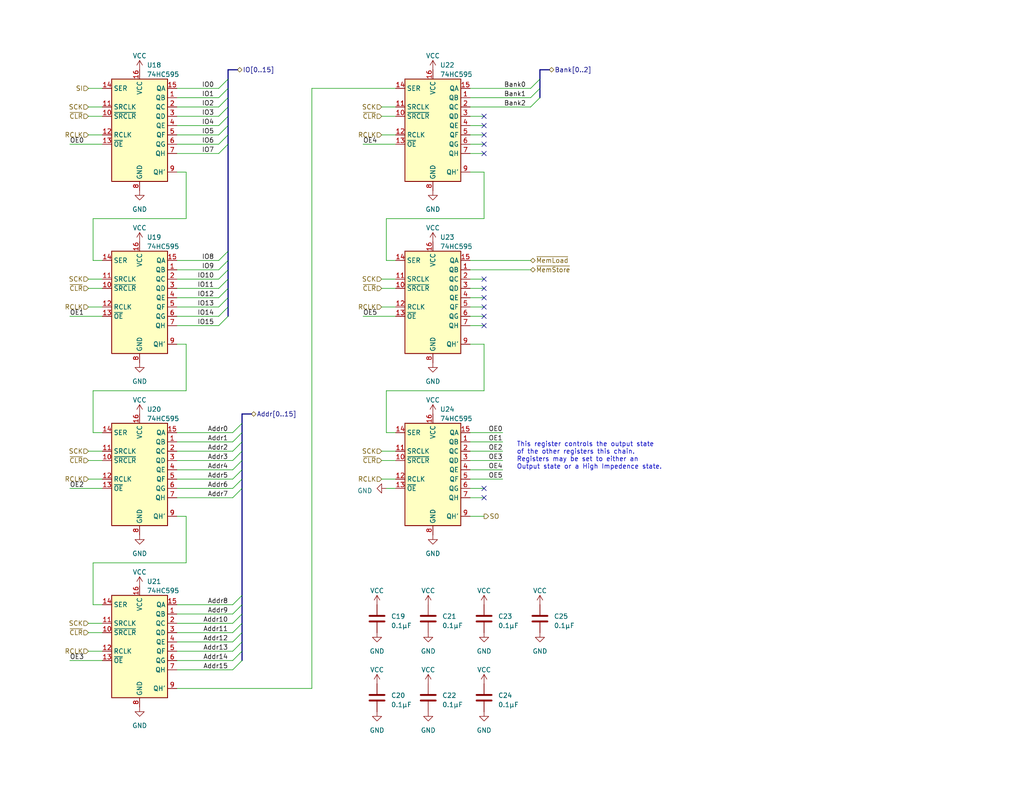
<source format=kicad_sch>
(kicad_sch (version 20250114) (generator "eeschema") (generator_version "9.0")
  (paper "USLetter")
  (title_block (date "2023-03-21"))
  (lib_symbols
    (symbol "74xx:74HC595"
      (property "Reference" "U" (at -7.62 13.97 0))
      (property "Value" "74HC595" (at -7.62 -16.51 0))
      (symbol "74HC595_1_0"
        (pin input line (at -10.16 10.16 0) (length 2.54) (name "SER") (number "14"))
        (pin input line (at -10.16 5.08 0) (length 2.54) (name "SRCLK") (number "11"))
        (pin input line (at -10.16 2.54 0) (length 2.54) (name "~{SRCLR}") (number "10"))
        (pin input line (at -10.16 -2.54 0) (length 2.54) (name "RCLK") (number "12"))
        (pin input line (at -10.16 -5.08 0) (length 2.54) (name "~{OE}") (number "13"))
        (pin power_in line (at 0 15.24 270) (length 2.54) (name "VCC") (number "16"))
        (pin power_in line (at 0 -17.78 90) (length 2.54) (name "GND") (number "8"))
        (pin tri_state line (at 10.16 10.16 180) (length 2.54) (name "QA") (number "15"))
        (pin tri_state line (at 10.16 7.62 180) (length 2.54) (name "QB") (number "1"))
        (pin tri_state line (at 10.16 5.08 180) (length 2.54) (name "QC") (number "2"))
        (pin tri_state line (at 10.16 2.54 180) (length 2.54) (name "QD") (number "3"))
        (pin tri_state line (at 10.16 0 180) (length 2.54) (name "QE") (number "4"))
        (pin tri_state line (at 10.16 -2.54 180) (length 2.54) (name "QF") (number "5"))
        (pin tri_state line (at 10.16 -5.08 180) (length 2.54) (name "QG") (number "6"))
        (pin tri_state line (at 10.16 -7.62 180) (length 2.54) (name "QH") (number "7"))
        (pin output line (at 10.16 -12.7 180) (length 2.54) (name "QH'") (number "9"))
      )
      (symbol "74HC595_1_1"
        (rectangle (start -7.62 12.7) (end 7.62 -15.24) (stroke (width 0.254)) (fill (type background)))
      )
    )
    (symbol "Device:C" (pin_numbers (hide yes)) (pin_names (offset 0.254))
      (property "Reference" "C" (at 0.635 2.54 0))
      (property "Value" "C" (at 0.635 -2.54 0))
      (symbol "C_0_1"
        (polyline (pts (xy -2.032 0.762) (xy 2.032 0.762)) (stroke (width 0.508)))
        (polyline (pts (xy -2.032 -0.762) (xy 2.032 -0.762)) (stroke (width 0.508)))
      )
      (symbol "C_1_1"
        (pin passive line (at 0 3.81 270) (length 2.794) (name "~") (number "1"))
        (pin passive line (at 0 -3.81 90) (length 2.794) (name "~") (number "2"))
      )
    )
    (symbol "power:GND" (power) (pin_names (offset 0))
      (property "Value" "GND" (at 0 -3.81 0))
      (symbol "GND_0_1"
        (polyline (pts (xy 0 0) (xy 0 -1.27) (xy 1.27 -1.27) (xy 0 -2.54) (xy -1.27 -1.27) (xy 0 -1.27)))
      )
      (symbol "GND_1_1"
        (pin power_in line (at 0 0 270) (length 0) (hide yes) (name "GND") (number "1"))
      )
    )
    (symbol "power:VCC" (power) (pin_names (offset 0))
      (property "Value" "VCC" (at 0 3.81 0))
      (symbol "VCC_0_1"
        (polyline (pts (xy -0.762 1.27) (xy 0 2.54)))
        (polyline (pts (xy 0 2.54) (xy 0.762 1.27)))
        (polyline (pts (xy 0 0) (xy 0 2.54)))
      )
      (symbol "VCC_1_1"
        (pin power_in line (at 0 0 90) (length 0) (hide yes) (name "VCC") (number "1"))
      )
    )
  )
  (text "This register controls the output state\nof the other registers this chain.\nRegisters may be set to either an\nOutput state or a High Impedence state." (at 140.97 128.27 0) (effects (font (size 1.27 1.27)) (justify left bottom)))
  (no_connect (at 132.08 86.36))
  (no_connect (at 132.08 81.28))
  (no_connect (at 132.08 133.35))
  (no_connect (at 132.08 36.83))
  (no_connect (at 132.08 76.2))
  (no_connect (at 132.08 83.82))
  (no_connect (at 132.08 34.29))
  (no_connect (at 132.08 88.9))
  (no_connect (at 132.08 31.75))
  (no_connect (at 132.08 78.74))
  (no_connect (at 132.08 39.37))
  (no_connect (at 132.08 135.89))
  (no_connect (at 132.08 41.91))
  (bus_entry (at 62.23 68.58) (size -2.54 2.54))
  (bus_entry (at 66.04 162.56) (size -2.54 2.54))
  (bus_entry (at 147.32 26.67) (size -2.54 2.54))
  (bus_entry (at 62.23 39.37) (size -2.54 2.54))
  (bus_entry (at 62.23 78.74) (size -2.54 2.54))
  (bus_entry (at 66.04 123.19) (size -2.54 2.54))
  (bus_entry (at 66.04 180.34) (size -2.54 2.54))
  (bus_entry (at 66.04 165.1) (size -2.54 2.54))
  (bus_entry (at 66.04 170.18) (size -2.54 2.54))
  (bus_entry (at 62.23 76.2) (size -2.54 2.54))
  (bus_entry (at 147.32 24.13) (size -2.54 2.54))
  (bus_entry (at 62.23 71.12) (size -2.54 2.54))
  (bus_entry (at 62.23 83.82) (size -2.54 2.54))
  (bus_entry (at 62.23 73.66) (size -2.54 2.54))
  (bus_entry (at 62.23 34.29) (size -2.54 2.54))
  (bus_entry (at 62.23 29.21) (size -2.54 2.54))
  (bus_entry (at 66.04 172.72) (size -2.54 2.54))
  (bus_entry (at 62.23 24.13) (size -2.54 2.54))
  (bus_entry (at 62.23 26.67) (size -2.54 2.54))
  (bus_entry (at 66.04 118.11) (size -2.54 2.54))
  (bus_entry (at 62.23 21.59) (size -2.54 2.54))
  (bus_entry (at 66.04 133.35) (size -2.54 2.54))
  (bus_entry (at 66.04 120.65) (size -2.54 2.54))
  (bus_entry (at 66.04 177.8) (size -2.54 2.54))
  (bus_entry (at 66.04 167.64) (size -2.54 2.54))
  (bus_entry (at 62.23 81.28) (size -2.54 2.54))
  (bus_entry (at 66.04 128.27) (size -2.54 2.54))
  (bus_entry (at 62.23 31.75) (size -2.54 2.54))
  (bus_entry (at 62.23 86.36) (size -2.54 2.54))
  (bus_entry (at 66.04 175.26) (size -2.54 2.54))
  (bus_entry (at 66.04 115.57) (size -2.54 2.54))
  (bus_entry (at 66.04 130.81) (size -2.54 2.54))
  (bus_entry (at 62.23 36.83) (size -2.54 2.54))
  (bus_entry (at 147.32 21.59) (size -2.54 2.54))
  (bus_entry (at 66.04 125.73) (size -2.54 2.54))
  (wire (pts (xy 50.8 93.98) (xy 50.8 106.68)))
  (wire (pts (xy 128.27 31.75) (xy 132.08 31.75)))
  (wire (pts (xy 104.14 78.74) (xy 107.95 78.74)))
  (wire (pts (xy 128.27 76.2) (xy 132.08 76.2)))
  (bus (pts (xy 66.04 120.65) (xy 66.04 123.19)))
  (wire (pts (xy 59.69 86.36) (xy 48.26 86.36)))
  (wire (pts (xy 144.78 71.12) (xy 128.27 71.12)))
  (wire (pts (xy 59.69 81.28) (xy 48.26 81.28)))
  (bus (pts (xy 62.23 21.59) (xy 62.23 24.13)))
  (wire (pts (xy 104.14 76.2) (xy 107.95 76.2)))
  (wire (pts (xy 59.69 24.13) (xy 48.26 24.13)))
  (bus (pts (xy 66.04 130.81) (xy 66.04 133.35)))
  (wire (pts (xy 24.13 36.83) (xy 27.94 36.83)))
  (bus (pts (xy 66.04 118.11) (xy 66.04 120.65)))
  (wire (pts (xy 24.13 177.8) (xy 27.94 177.8)))
  (wire (pts (xy 24.13 24.13) (xy 27.94 24.13)))
  (bus (pts (xy 147.32 19.05) (xy 147.32 21.59)))
  (wire (pts (xy 59.69 34.29) (xy 48.26 34.29)))
  (bus (pts (xy 62.23 24.13) (xy 62.23 26.67)))
  (wire (pts (xy 48.26 130.81) (xy 63.5 130.81)))
  (bus (pts (xy 66.04 125.73) (xy 66.04 128.27)))
  (bus (pts (xy 62.23 26.67) (xy 62.23 29.21)))
  (bus (pts (xy 147.32 21.59) (xy 147.32 24.13)))
  (wire (pts (xy 25.4 59.69) (xy 25.4 71.12)))
  (wire (pts (xy 105.41 133.35) (xy 107.95 133.35)))
  (wire (pts (xy 48.26 135.89) (xy 63.5 135.89)))
  (bus (pts (xy 62.23 39.37) (xy 62.23 68.58)))
  (wire (pts (xy 132.08 93.98) (xy 132.08 106.68)))
  (wire (pts (xy 59.69 76.2) (xy 48.26 76.2)))
  (wire (pts (xy 85.09 24.13) (xy 85.09 187.96)))
  (wire (pts (xy 48.26 125.73) (xy 63.5 125.73)))
  (bus (pts (xy 62.23 36.83) (xy 62.23 39.37)))
  (wire (pts (xy 24.13 125.73) (xy 27.94 125.73)))
  (bus (pts (xy 64.77 19.05) (xy 62.23 19.05)))
  (wire (pts (xy 105.41 59.69) (xy 105.41 71.12)))
  (bus (pts (xy 62.23 78.74) (xy 62.23 81.28)))
  (wire (pts (xy 132.08 140.97) (xy 128.27 140.97)))
  (wire (pts (xy 48.26 46.99) (xy 50.8 46.99)))
  (wire (pts (xy 59.69 29.21) (xy 48.26 29.21)))
  (wire (pts (xy 104.14 125.73) (xy 107.95 125.73)))
  (wire (pts (xy 19.05 86.36) (xy 27.94 86.36)))
  (wire (pts (xy 128.27 78.74) (xy 132.08 78.74)))
  (wire (pts (xy 105.41 118.11) (xy 107.95 118.11)))
  (bus (pts (xy 62.23 81.28) (xy 62.23 83.82)))
  (wire (pts (xy 25.4 153.67) (xy 25.4 165.1)))
  (wire (pts (xy 24.13 130.81) (xy 27.94 130.81)))
  (wire (pts (xy 50.8 106.68) (xy 25.4 106.68)))
  (wire (pts (xy 128.27 88.9) (xy 132.08 88.9)))
  (wire (pts (xy 25.4 106.68) (xy 25.4 118.11)))
  (wire (pts (xy 59.69 36.83) (xy 48.26 36.83)))
  (bus (pts (xy 62.23 34.29) (xy 62.23 36.83)))
  (wire (pts (xy 104.14 83.82) (xy 107.95 83.82)))
  (wire (pts (xy 137.16 120.65) (xy 128.27 120.65)))
  (wire (pts (xy 24.13 31.75) (xy 27.94 31.75)))
  (wire (pts (xy 137.16 118.11) (xy 128.27 118.11)))
  (bus (pts (xy 66.04 128.27) (xy 66.04 130.81)))
  (wire (pts (xy 59.69 31.75) (xy 48.26 31.75)))
  (wire (pts (xy 24.13 78.74) (xy 27.94 78.74)))
  (bus (pts (xy 66.04 165.1) (xy 66.04 167.64)))
  (bus (pts (xy 149.86 19.05) (xy 147.32 19.05)))
  (wire (pts (xy 24.13 83.82) (xy 27.94 83.82)))
  (wire (pts (xy 48.26 120.65) (xy 63.5 120.65)))
  (wire (pts (xy 104.14 36.83) (xy 107.95 36.83)))
  (bus (pts (xy 66.04 170.18) (xy 66.04 172.72)))
  (wire (pts (xy 48.26 182.88) (xy 63.5 182.88)))
  (bus (pts (xy 66.04 162.56) (xy 66.04 165.1)))
  (wire (pts (xy 128.27 81.28) (xy 132.08 81.28)))
  (wire (pts (xy 48.26 172.72) (xy 63.5 172.72)))
  (wire (pts (xy 59.69 41.91) (xy 48.26 41.91)))
  (bus (pts (xy 66.04 115.57) (xy 66.04 118.11)))
  (wire (pts (xy 105.41 59.69) (xy 132.08 59.69)))
  (wire (pts (xy 48.26 165.1) (xy 63.5 165.1)))
  (wire (pts (xy 59.69 71.12) (xy 48.26 71.12)))
  (wire (pts (xy 48.26 180.34) (xy 63.5 180.34)))
  (wire (pts (xy 19.05 133.35) (xy 27.94 133.35)))
  (bus (pts (xy 66.04 123.19) (xy 66.04 125.73)))
  (wire (pts (xy 128.27 46.99) (xy 132.08 46.99)))
  (wire (pts (xy 59.69 26.67) (xy 48.26 26.67)))
  (wire (pts (xy 48.26 187.96) (xy 85.09 187.96)))
  (bus (pts (xy 147.32 24.13) (xy 147.32 26.67)))
  (wire (pts (xy 48.26 177.8) (xy 63.5 177.8)))
  (bus (pts (xy 62.23 73.66) (xy 62.23 76.2)))
  (wire (pts (xy 25.4 118.11) (xy 27.94 118.11)))
  (bus (pts (xy 68.58 113.03) (xy 66.04 113.03)))
  (wire (pts (xy 144.78 29.21) (xy 128.27 29.21)))
  (bus (pts (xy 66.04 113.03) (xy 66.04 115.57)))
  (wire (pts (xy 144.78 24.13) (xy 128.27 24.13)))
  (wire (pts (xy 25.4 71.12) (xy 27.94 71.12)))
  (bus (pts (xy 62.23 68.58) (xy 62.23 71.12)))
  (wire (pts (xy 25.4 165.1) (xy 27.94 165.1)))
  (wire (pts (xy 128.27 135.89) (xy 132.08 135.89)))
  (wire (pts (xy 137.16 128.27) (xy 128.27 128.27)))
  (wire (pts (xy 48.26 123.19) (xy 63.5 123.19)))
  (wire (pts (xy 24.13 170.18) (xy 27.94 170.18)))
  (bus (pts (xy 66.04 175.26) (xy 66.04 177.8)))
  (wire (pts (xy 128.27 93.98) (xy 132.08 93.98)))
  (bus (pts (xy 66.04 133.35) (xy 66.04 162.56)))
  (wire (pts (xy 132.08 46.99) (xy 132.08 59.69)))
  (wire (pts (xy 59.69 39.37) (xy 48.26 39.37)))
  (wire (pts (xy 137.16 125.73) (xy 128.27 125.73)))
  (wire (pts (xy 48.26 167.64) (xy 63.5 167.64)))
  (wire (pts (xy 48.26 128.27) (xy 63.5 128.27)))
  (wire (pts (xy 24.13 76.2) (xy 27.94 76.2)))
  (wire (pts (xy 48.26 93.98) (xy 50.8 93.98)))
  (bus (pts (xy 66.04 172.72) (xy 66.04 175.26)))
  (wire (pts (xy 50.8 46.99) (xy 50.8 59.69)))
  (bus (pts (xy 62.23 76.2) (xy 62.23 78.74)))
  (wire (pts (xy 48.26 175.26) (xy 63.5 175.26)))
  (wire (pts (xy 128.27 83.82) (xy 132.08 83.82)))
  (wire (pts (xy 105.41 71.12) (xy 107.95 71.12)))
  (bus (pts (xy 62.23 71.12) (xy 62.23 73.66)))
  (wire (pts (xy 48.26 133.35) (xy 63.5 133.35)))
  (bus (pts (xy 66.04 167.64) (xy 66.04 170.18)))
  (wire (pts (xy 104.14 123.19) (xy 107.95 123.19)))
  (wire (pts (xy 105.41 106.68) (xy 105.41 118.11)))
  (wire (pts (xy 137.16 130.81) (xy 128.27 130.81)))
  (wire (pts (xy 48.26 170.18) (xy 63.5 170.18)))
  (wire (pts (xy 59.69 88.9) (xy 48.26 88.9)))
  (wire (pts (xy 128.27 36.83) (xy 132.08 36.83)))
  (wire (pts (xy 128.27 86.36) (xy 132.08 86.36)))
  (wire (pts (xy 137.16 123.19) (xy 128.27 123.19)))
  (wire (pts (xy 19.05 39.37) (xy 27.94 39.37)))
  (bus (pts (xy 62.23 29.21) (xy 62.23 31.75)))
  (wire (pts (xy 24.13 29.21) (xy 27.94 29.21)))
  (wire (pts (xy 104.14 29.21) (xy 107.95 29.21)))
  (wire (pts (xy 128.27 133.35) (xy 132.08 133.35)))
  (wire (pts (xy 24.13 172.72) (xy 27.94 172.72)))
  (wire (pts (xy 85.09 24.13) (xy 107.95 24.13)))
  (wire (pts (xy 99.06 39.37) (xy 107.95 39.37)))
  (wire (pts (xy 144.78 26.67) (xy 128.27 26.67)))
  (wire (pts (xy 128.27 39.37) (xy 132.08 39.37)))
  (wire (pts (xy 128.27 41.91) (xy 132.08 41.91)))
  (wire (pts (xy 128.27 34.29) (xy 132.08 34.29)))
  (bus (pts (xy 66.04 177.8) (xy 66.04 180.34)))
  (wire (pts (xy 50.8 140.97) (xy 50.8 153.67)))
  (bus (pts (xy 62.23 31.75) (xy 62.23 34.29)))
  (wire (pts (xy 144.78 73.66) (xy 128.27 73.66)))
  (wire (pts (xy 48.26 118.11) (xy 63.5 118.11)))
  (wire (pts (xy 59.69 83.82) (xy 48.26 83.82)))
  (wire (pts (xy 59.69 78.74) (xy 48.26 78.74)))
  (bus (pts (xy 62.23 83.82) (xy 62.23 86.36)))
  (wire (pts (xy 104.14 130.81) (xy 107.95 130.81)))
  (wire (pts (xy 19.05 180.34) (xy 27.94 180.34)))
  (wire (pts (xy 24.13 123.19) (xy 27.94 123.19)))
  (wire (pts (xy 25.4 59.69) (xy 50.8 59.69)))
  (bus (pts (xy 62.23 19.05) (xy 62.23 21.59)))
  (wire (pts (xy 104.14 31.75) (xy 107.95 31.75)))
  (wire (pts (xy 48.26 140.97) (xy 50.8 140.97)))
  (wire (pts (xy 99.06 86.36) (xy 107.95 86.36)))
  (wire (pts (xy 105.41 106.68) (xy 132.08 106.68)))
  (wire (pts (xy 25.4 153.67) (xy 50.8 153.67)))
  (wire (pts (xy 59.69 73.66) (xy 48.26 73.66)))
  (label "IO11" (at 58.42 78.74 180))
  (label "OE4" (at 137.16 128.27 180))
  (label "IO3" (at 58.42 31.75 180))
  (label "OE0" (at 137.16 118.11 180))
  (label "IO13" (at 58.42 83.82 180))
  (label "Addr5" (at 62.23 130.81 180))
  (label "Addr11" (at 62.23 172.72 180))
  (label "Addr1" (at 62.23 120.65 180))
  (label "IO5" (at 58.42 36.83 180))
  (label "Addr12" (at 62.23 175.26 180))
  (label "IO10" (at 58.42 76.2 180))
  (label "Addr14" (at 62.23 180.34 180))
  (label "OE3" (at 137.16 125.73 180))
  (label "Addr9" (at 62.23 167.64 180))
  (label "Addr10" (at 62.23 170.18 180))
  (label "Addr15" (at 62.23 182.88 180))
  (label "Addr6" (at 62.23 133.35 180))
  (label "Addr8" (at 62.23 165.1 180))
  (label "IO0" (at 58.42 24.13 180))
  (label "Bank0" (at 143.51 24.13 180))
  (label "OE0" (at 19.05 39.37 0))
  (label "IO7" (at 58.42 41.91 180))
  (label "Addr13" (at 62.23 177.8 180))
  (label "IO12" (at 58.42 81.28 180))
  (label "IO1" (at 58.42 26.67 180))
  (label "Bank2" (at 143.51 29.21 180))
  (label "OE5" (at 99.06 86.36 0))
  (label "Addr0" (at 62.23 118.11 180))
  (label "IO14" (at 58.42 86.36 180))
  (label "IO15" (at 58.42 88.9 180))
  (label "OE1" (at 137.16 120.65 180))
  (label "IO8" (at 58.42 71.12 180))
  (label "OE2" (at 19.05 133.35 0))
  (label "IO4" (at 58.42 34.29 180))
  (label "Addr2" (at 62.23 123.19 180))
  (label "OE2" (at 137.16 123.19 180))
  (label "IO2" (at 58.42 29.21 180))
  (label "OE4" (at 99.06 39.37 0))
  (label "Addr4" (at 62.23 128.27 180))
  (label "Bank1" (at 143.51 26.67 180))
  (label "OE5" (at 137.16 130.81 180))
  (label "IO9" (at 58.42 73.66 180))
  (label "OE1" (at 19.05 86.36 0))
  (label "Addr7" (at 62.23 135.89 180))
  (label "IO6" (at 58.42 39.37 180))
  (label "Addr3" (at 62.23 125.73 180))
  (label "OE3" (at 19.05 180.34 0))
  (hierarchical_label "SCK" (shape input) (at 104.14 76.2 180))
  (hierarchical_label "SCK" (shape input) (at 24.13 123.19 180))
  (hierarchical_label "SCK" (shape input) (at 24.13 76.2 180))
  (hierarchical_label "SO" (shape output) (at 132.08 140.97 0))
  (hierarchical_label "Addr[0..15]" (shape tri_state) (at 68.58 113.03 0))
  (hierarchical_label "~{CLR}" (shape input) (at 104.14 78.74 180))
  (hierarchical_label "RCLK" (shape input) (at 104.14 36.83 180))
  (hierarchical_label "RCLK" (shape input) (at 24.13 36.83 180))
  (hierarchical_label "~{CLR}" (shape input) (at 24.13 78.74 180))
  (hierarchical_label "RCLK" (shape input) (at 24.13 130.81 180))
  (hierarchical_label "~{CLR}" (shape input) (at 24.13 172.72 180))
  (hierarchical_label "IO[0..15]" (shape tri_state) (at 64.77 19.05 0))
  (hierarchical_label "Bank[0..2]" (shape tri_state) (at 149.86 19.05 0))
  (hierarchical_label "RCLK" (shape input) (at 104.14 83.82 180))
  (hierarchical_label "RCLK" (shape input) (at 104.14 130.81 180))
  (hierarchical_label "SCK" (shape input) (at 24.13 170.18 180))
  (hierarchical_label "~{CLR}" (shape input) (at 24.13 31.75 180))
  (hierarchical_label "~{CLR}" (shape input) (at 104.14 31.75 180))
  (hierarchical_label "SCK" (shape input) (at 24.13 29.21 180))
  (hierarchical_label "~{MemStore}" (shape tri_state) (at 144.78 73.66 0))
  (hierarchical_label "SCK" (shape input) (at 104.14 123.19 180))
  (hierarchical_label "RCLK" (shape input) (at 24.13 83.82 180))
  (hierarchical_label "~{CLR}" (shape input) (at 24.13 125.73 180))
  (hierarchical_label "RCLK" (shape input) (at 24.13 177.8 180))
  (hierarchical_label "SI" (shape input) (at 24.13 24.13 180))
  (hierarchical_label "SCK" (shape input) (at 104.14 29.21 180))
  (hierarchical_label "~{MemLoad}" (shape tri_state) (at 144.78 71.12 0))
  (hierarchical_label "~{CLR}" (shape input) (at 104.14 125.73 180))
  (symbol (lib_id "power:GND") (at 118.11 146.05 0) (unit 1)
    (property "Reference" "#PWR0144" (effects (hide yes)))
    (property "Value" "GND" (at 118.11 151.13 0))
  )
  (symbol (lib_id "74xx:74HC595") (at 38.1 81.28 0) (unit 1)
    (property "Reference" "U19" (at 40.0559 64.77 0) (effects (justify left)))
    (property "Value" "74HC595" (at 40.0559 67.31 0) (effects (justify left)))
    (property "Footprint" "Package_SO:TSSOP-16_4.4x5mm_P0.65mm" (effects (hide yes)))
    (property "Datasheet" "http://www.ti.com/lit/ds/symlink/sn74hc595.pdf" (effects (hide yes)))
  )
  (symbol (lib_id "power:GND") (at 38.1 99.06 0) (unit 1)
    (property "Reference" "#PWR0125" (effects (hide yes)))
    (property "Value" "GND" (at 38.1 104.14 0))
  )
  (symbol (lib_id "74xx:74HC595") (at 38.1 175.26 0) (unit 1)
    (property "Reference" "U21" (at 40.0559 158.75 0) (effects (justify left)))
    (property "Value" "74HC595" (at 40.0559 161.29 0) (effects (justify left)))
    (property "Footprint" "Package_SO:TSSOP-16_4.4x5mm_P0.65mm" (effects (hide yes)))
    (property "Datasheet" "http://www.ti.com/lit/ds/symlink/sn74hc595.pdf" (effects (hide yes)))
  )
  (symbol (lib_id "power:VCC") (at 132.08 186.69 0) (unit 1)
    (property "Reference" "#PWR0147" (effects (hide yes)))
    (property "Value" "VCC" (at 132.08 182.88 0))
  )
  (symbol (lib_id "power:GND") (at 132.08 194.31 0) (unit 1)
    (property "Reference" "#PWR0148" (effects (hide yes)))
    (property "Value" "GND" (at 132.08 199.39 0))
  )
  (symbol (lib_id "74xx:74HC595") (at 38.1 128.27 0) (unit 1)
    (property "Reference" "U20" (at 40.0559 111.76 0) (effects (justify left)))
    (property "Value" "74HC595" (at 40.0559 114.3 0) (effects (justify left)))
    (property "Footprint" "Package_SO:TSSOP-16_4.4x5mm_P0.65mm" (effects (hide yes)))
    (property "Datasheet" "http://www.ti.com/lit/ds/symlink/sn74hc595.pdf" (effects (hide yes)))
  )
  (symbol (lib_id "Device:C") (at 132.08 190.5 0) (unit 1)
    (property "Reference" "C24" (at 135.89 189.865 0) (effects (justify left)))
    (property "Value" "0.1µF" (at 135.89 192.405 0) (effects (justify left)))
    (property "Footprint" "Capacitor_SMD:C_0603_1608Metric" (effects (hide yes)))
    (property "Mouser" "https://www.mouser.com/ProductDetail/963-EMK107B7104KAHT" (effects (hide yes)))
  )
  (symbol (lib_id "power:GND") (at 102.87 194.31 0) (unit 1)
    (property "Reference" "#PWR0133" (effects (hide yes)))
    (property "Value" "GND" (at 102.87 199.39 0))
  )
  (symbol (lib_id "power:GND") (at 132.08 172.72 0) (unit 1)
    (property "Reference" "#PWR0146" (effects (hide yes)))
    (property "Value" "GND" (at 132.08 177.8 0))
  )
  (symbol (lib_id "power:VCC") (at 118.11 19.05 0) (unit 1)
    (property "Reference" "#PWR0139" (effects (hide yes)))
    (property "Value" "VCC" (at 118.11 15.24 0))
  )
  (symbol (lib_id "power:VCC") (at 38.1 19.05 0) (unit 1)
    (property "Reference" "#PWR0122" (effects (hide yes)))
    (property "Value" "VCC" (at 38.1 15.24 0))
  )
  (symbol (lib_id "74xx:74HC595") (at 118.11 34.29 0) (unit 1)
    (property "Reference" "U22" (at 120.0659 17.78 0) (effects (justify left)))
    (property "Value" "74HC595" (at 120.0659 20.32 0) (effects (justify left)))
    (property "Footprint" "Package_SO:TSSOP-16_4.4x5mm_P0.65mm" (effects (hide yes)))
    (property "Datasheet" "http://www.ti.com/lit/ds/symlink/sn74hc595.pdf" (effects (hide yes)))
  )
  (symbol (lib_id "74xx:74HC595") (at 118.11 128.27 0) (unit 1)
    (property "Reference" "U24" (at 120.0659 111.76 0) (effects (justify left)))
    (property "Value" "74HC595" (at 120.0659 114.3 0) (effects (justify left)))
    (property "Footprint" "Package_SO:TSSOP-16_4.4x5mm_P0.65mm" (effects (hide yes)))
    (property "Datasheet" "http://www.ti.com/lit/ds/symlink/sn74hc595.pdf" (effects (hide yes)))
  )
  (symbol (lib_id "power:VCC") (at 102.87 186.69 0) (unit 1)
    (property "Reference" "#PWR0132" (effects (hide yes)))
    (property "Value" "VCC" (at 102.87 182.88 0))
  )
  (symbol (lib_id "power:GND") (at 147.32 172.72 0) (unit 1)
    (property "Reference" "#PWR0150" (effects (hide yes)))
    (property "Value" "GND" (at 147.32 177.8 0))
  )
  (symbol (lib_id "power:VCC") (at 118.11 66.04 0) (unit 1)
    (property "Reference" "#PWR0141" (effects (hide yes)))
    (property "Value" "VCC" (at 118.11 62.23 0))
  )
  (symbol (lib_id "power:GND") (at 118.11 52.07 0) (unit 1)
    (property "Reference" "#PWR0140" (effects (hide yes)))
    (property "Value" "GND" (at 118.11 57.15 0))
  )
  (symbol (lib_id "power:VCC") (at 38.1 66.04 0) (unit 1)
    (property "Reference" "#PWR0124" (effects (hide yes)))
    (property "Value" "VCC" (at 38.1 62.23 0))
  )
  (symbol (lib_id "power:VCC") (at 147.32 165.1 0) (unit 1)
    (property "Reference" "#PWR0149" (effects (hide yes)))
    (property "Value" "VCC" (at 147.32 161.29 0))
  )
  (symbol (lib_id "power:GND") (at 116.84 194.31 0) (unit 1)
    (property "Reference" "#PWR0138" (effects (hide yes)))
    (property "Value" "GND" (at 116.84 199.39 0))
  )
  (symbol (lib_id "power:VCC") (at 38.1 160.02 0) (unit 1)
    (property "Reference" "#PWR0128" (effects (hide yes)))
    (property "Value" "VCC" (at 38.1 156.21 0))
  )
  (symbol (lib_id "power:GND") (at 38.1 146.05 0) (unit 1)
    (property "Reference" "#PWR0127" (effects (hide yes)))
    (property "Value" "GND" (at 38.1 151.13 0))
  )
  (symbol (lib_id "74xx:74HC595") (at 118.11 81.28 0) (unit 1)
    (property "Reference" "U23" (at 120.0659 64.77 0) (effects (justify left)))
    (property "Value" "74HC595" (at 120.0659 67.31 0) (effects (justify left)))
    (property "Footprint" "Package_SO:TSSOP-16_4.4x5mm_P0.65mm" (effects (hide yes)))
    (property "Datasheet" "http://www.ti.com/lit/ds/symlink/sn74hc595.pdf" (effects (hide yes)))
  )
  (symbol (lib_id "Device:C") (at 147.32 168.91 0) (unit 1)
    (property "Reference" "C25" (at 151.13 168.275 0) (effects (justify left)))
    (property "Value" "0.1µF" (at 151.13 170.815 0) (effects (justify left)))
    (property "Footprint" "Capacitor_SMD:C_0603_1608Metric" (effects (hide yes)))
    (property "Mouser" "https://www.mouser.com/ProductDetail/963-EMK107B7104KAHT" (effects (hide yes)))
  )
  (symbol (lib_id "power:GND") (at 116.84 172.72 0) (unit 1)
    (property "Reference" "#PWR0136" (effects (hide yes)))
    (property "Value" "GND" (at 116.84 177.8 0))
  )
  (symbol (lib_id "power:GND") (at 102.87 172.72 0) (unit 1)
    (property "Reference" "#PWR0131" (effects (hide yes)))
    (property "Value" "GND" (at 102.87 177.8 0))
  )
  (symbol (lib_id "Device:C") (at 102.87 190.5 0) (unit 1)
    (property "Reference" "C20" (at 106.68 189.865 0) (effects (justify left)))
    (property "Value" "0.1µF" (at 106.68 192.405 0) (effects (justify left)))
    (property "Footprint" "Capacitor_SMD:C_0603_1608Metric" (effects (hide yes)))
    (property "Mouser" "https://www.mouser.com/ProductDetail/963-EMK107B7104KAHT" (effects (hide yes)))
  )
  (symbol (lib_id "power:GND") (at 118.11 99.06 0) (unit 1)
    (property "Reference" "#PWR0142" (effects (hide yes)))
    (property "Value" "GND" (at 118.11 104.14 0))
  )
  (symbol (lib_id "power:VCC") (at 116.84 165.1 0) (unit 1)
    (property "Reference" "#PWR0135" (effects (hide yes)))
    (property "Value" "VCC" (at 116.84 161.29 0))
  )
  (symbol (lib_id "Device:C") (at 116.84 168.91 0) (unit 1)
    (property "Reference" "C21" (at 120.65 168.275 0) (effects (justify left)))
    (property "Value" "0.1µF" (at 120.65 170.815 0) (effects (justify left)))
    (property "Footprint" "Capacitor_SMD:C_0603_1608Metric" (effects (hide yes)))
    (property "Mouser" "https://www.mouser.com/ProductDetail/963-EMK107B7104KAHT" (effects (hide yes)))
  )
  (symbol (lib_id "74xx:74HC595") (at 38.1 34.29 0) (unit 1)
    (property "Reference" "U18" (at 40.0559 17.78 0) (effects (justify left)))
    (property "Value" "74HC595" (at 40.0559 20.32 0) (effects (justify left)))
    (property "Footprint" "Package_SO:TSSOP-16_4.4x5mm_P0.65mm" (effects (hide yes)))
    (property "Datasheet" "http://www.ti.com/lit/ds/symlink/sn74hc595.pdf" (effects (hide yes)))
  )
  (symbol (lib_id "power:VCC") (at 38.1 113.03 0) (unit 1)
    (property "Reference" "#PWR0126" (effects (hide yes)))
    (property "Value" "VCC" (at 38.1 109.22 0))
  )
  (symbol (lib_id "power:VCC") (at 102.87 165.1 0) (unit 1)
    (property "Reference" "#PWR0130" (effects (hide yes)))
    (property "Value" "VCC" (at 102.87 161.29 0))
  )
  (symbol (lib_id "power:GND") (at 38.1 193.04 0) (unit 1)
    (property "Reference" "#PWR0129" (effects (hide yes)))
    (property "Value" "GND" (at 38.1 198.12 0))
  )
  (symbol (lib_id "power:GND") (at 38.1 52.07 0) (unit 1)
    (property "Reference" "#PWR0123" (effects (hide yes)))
    (property "Value" "GND" (at 38.1 57.15 0))
  )
  (symbol (lib_id "power:GND") (at 105.41 133.35 270) (unit 1)
    (property "Reference" "#PWR0134" (effects (hide yes)))
    (property "Value" "GND" (at 101.6 133.985 90) (effects (justify right)))
  )
  (symbol (lib_id "power:VCC") (at 132.08 165.1 0) (unit 1)
    (property "Reference" "#PWR0145" (effects (hide yes)))
    (property "Value" "VCC" (at 132.08 161.29 0))
  )
  (symbol (lib_id "power:VCC") (at 116.84 186.69 0) (unit 1)
    (property "Reference" "#PWR0137" (effects (hide yes)))
    (property "Value" "VCC" (at 116.84 182.88 0))
  )
  (symbol (lib_id "Device:C") (at 116.84 190.5 0) (unit 1)
    (property "Reference" "C22" (at 120.65 189.865 0) (effects (justify left)))
    (property "Value" "0.1µF" (at 120.65 192.405 0) (effects (justify left)))
    (property "Footprint" "Capacitor_SMD:C_0603_1608Metric" (effects (hide yes)))
    (property "Mouser" "https://www.mouser.com/ProductDetail/963-EMK107B7104KAHT" (effects (hide yes)))
  )
  (symbol (lib_id "Device:C") (at 132.08 168.91 0) (unit 1)
    (property "Reference" "C23" (at 135.89 168.275 0) (effects (justify left)))
    (property "Value" "0.1µF" (at 135.89 170.815 0) (effects (justify left)))
    (property "Footprint" "Capacitor_SMD:C_0603_1608Metric" (effects (hide yes)))
    (property "Mouser" "https://www.mouser.com/ProductDetail/963-EMK107B7104KAHT" (effects (hide yes)))
  )
  (symbol (lib_id "power:VCC") (at 118.11 113.03 0) (unit 1)
    (property "Reference" "#PWR0143" (effects (hide yes)))
    (property "Value" "VCC" (at 118.11 109.22 0))
  )
  (symbol (lib_id "Device:C") (at 102.87 168.91 0) (unit 1)
    (property "Reference" "C19" (at 106.68 168.275 0) (effects (justify left)))
    (property "Value" "0.1µF" (at 106.68 170.815 0) (effects (justify left)))
    (property "Footprint" "Capacitor_SMD:C_0603_1608Metric" (effects (hide yes)))
    (property "Mouser" "https://www.mouser.com/ProductDetail/963-EMK107B7104KAHT" (effects (hide yes)))
  )
)
</source>
